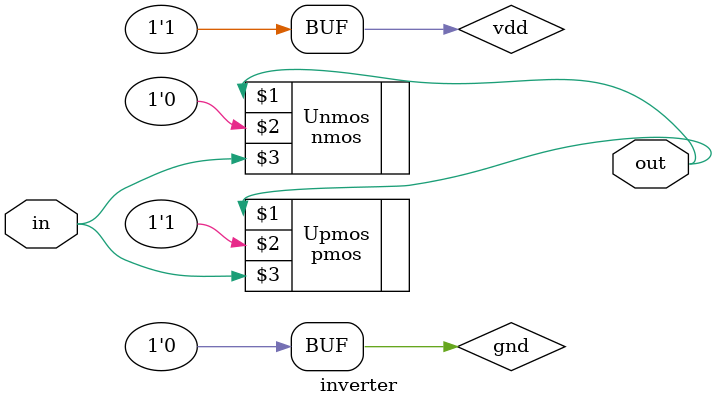
<source format=v>
`timescale 1ns/1ns

module top;
   reg  in;
   wire out;
   inverter Uinv (out, in);

   initial begin
           in = 0; #10;
           in = 1; #15;
           in = 0; #20;
           in = 1; #5
           in = 0; #5
           $finish;
   end
   initial begin
      $dumpfile("wave.vcd");
      $dumpvars(1, out, in);
   end
endmodule

module inverter (out, in);
       output out;
       input  in;
       //-------------------
       supply1 vdd;
       supply0 gnd;
       //-------------------
       pmos Upmos (out, vdd, in);
       nmos Unmos (out, gnd, in);
endmodule

</source>
